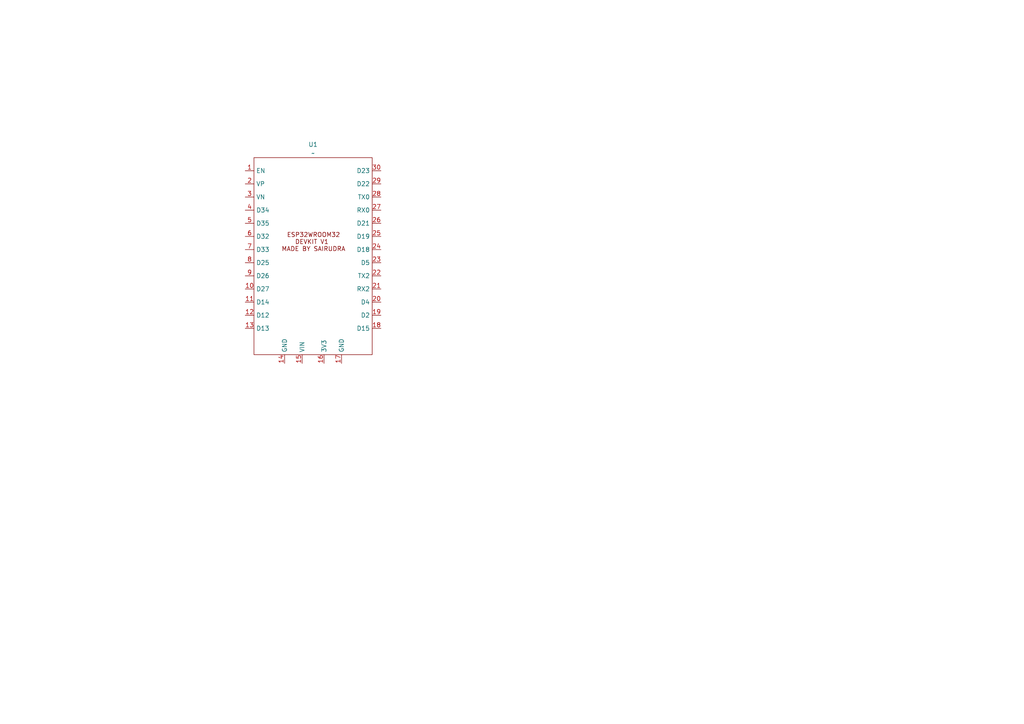
<source format=kicad_sch>
(kicad_sch (version 20250114) (generator "eeschema") (generator_version "9.0")
  (paper "A4")
  (lib_symbols
    (symbol "ESP32_DEVKITV1:ESP32_DEVKITV1" (pin_names (offset 0.635))
      (property "Reference" "U" (at 0.254 19.812 0))
      (symbol "ESP32_DEVKITV1_0_1"
        (rectangle (start -16.51 22.86) (end 17.78 -34.29))
      )
      (symbol "ESP32_DEVKITV1_1_1"
        (text "ESP32WROOM32\nDEVKIT V1 \nMADE BY SAIRUDRA\n" (at 0.762 -1.524 0) (effects (font (size 1.27 1.27))))
        (pin bidirectional line (at -19.05 19.05 0) (length 2.54) (name "EN") (number "1"))
        (pin bidirectional line (at -19.05 15.24 0) (length 2.54) (name "VP") (number "2"))
        (pin bidirectional line (at -19.05 11.43 0) (length 2.54) (name "VN") (number "3"))
        (pin bidirectional line (at -19.05 7.62 0) (length 2.54) (name "D34") (number "4"))
        (pin bidirectional line (at -19.05 3.81 0) (length 2.54) (name "D35") (number "5"))
        (pin bidirectional line (at -19.05 0 0) (length 2.54) (name "D32") (number "6"))
        (pin bidirectional line (at -19.05 -3.81 0) (length 2.54) (name "D33") (number "7"))
        (pin bidirectional line (at -19.05 -7.62 0) (length 2.54) (name "D25") (number "8"))
        (pin bidirectional line (at -19.05 -11.43 0) (length 2.54) (name "D26") (number "9"))
        (pin bidirectional line (at -19.05 -15.24 0) (length 2.54) (name "D27") (number "10"))
        (pin bidirectional line (at -19.05 -19.05 0) (length 2.54) (name "D14") (number "11"))
        (pin bidirectional line (at -19.05 -22.86 0) (length 2.54) (name "D12") (number "12"))
        (pin bidirectional line (at -19.05 -26.67 0) (length 2.54) (name "D13") (number "13"))
        (pin bidirectional line (at -7.62 -36.83 90) (length 2.54) (name "GND") (number "14"))
        (pin input line (at -2.54 -36.83 90) (length 2.54) (name "VIN") (number "15"))
        (pin input line (at 3.81 -36.83 90) (length 2.54) (name "3V3") (number "16"))
        (pin bidirectional line (at 8.89 -36.83 90) (length 2.54) (name "GND") (number "17"))
        (pin bidirectional line (at 20.32 19.05 180) (length 2.54) (name "D23") (number "30"))
        (pin bidirectional line (at 20.32 15.24 180) (length 2.54) (name "D22") (number "29"))
        (pin bidirectional line (at 20.32 11.43 180) (length 2.54) (name "TX0") (number "28"))
        (pin bidirectional line (at 20.32 7.62 180) (length 2.54) (name "RX0") (number "27"))
        (pin bidirectional line (at 20.32 3.81 180) (length 2.54) (name "D21") (number "26"))
        (pin bidirectional line (at 20.32 0 180) (length 2.54) (name "D19") (number "25"))
        (pin bidirectional line (at 20.32 -3.81 180) (length 2.54) (name "D18") (number "24"))
        (pin bidirectional line (at 20.32 -7.62 180) (length 2.54) (name "D5") (number "23"))
        (pin bidirectional line (at 20.32 -11.43 180) (length 2.54) (name "TX2") (number "22"))
        (pin bidirectional line (at 20.32 -15.24 180) (length 2.54) (name "RX2") (number "21"))
        (pin bidirectional line (at 20.32 -19.05 180) (length 2.54) (name "D4") (number "20"))
        (pin bidirectional line (at 20.32 -22.86 180) (length 2.54) (name "D2") (number "19"))
        (pin bidirectional line (at 20.32 -26.67 180) (length 2.54) (name "D15") (number "18"))
      )
    )
  )
  (symbol (lib_id "ESP32_DEVKITV1:ESP32_DEVKITV1") (at 90.17 68.58 0) (unit 1)
    (property "Reference" "U1" (at 90.805 41.91 0))
    (property "Value" "~" (at 90.805 44.45 0))
    (property "Footprint" "ESP32-footprints-Lib:ESP32DEVKITV1" (effects (hide yes)))
  )
)
</source>
